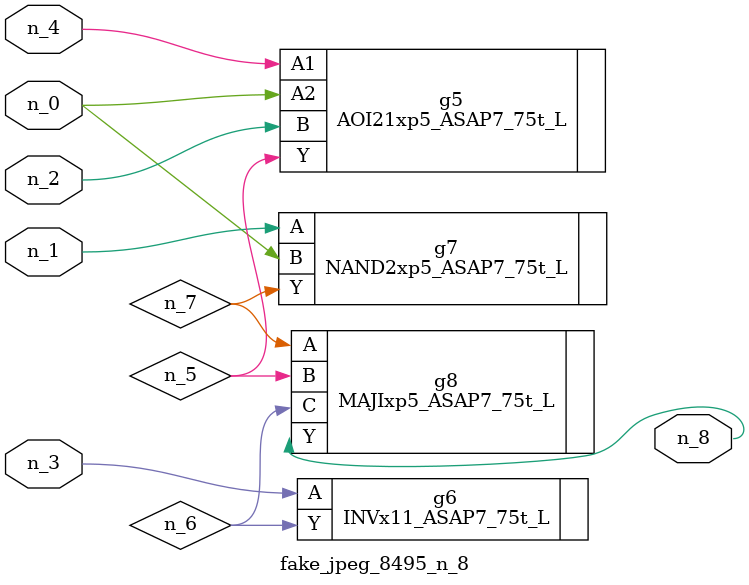
<source format=v>
module fake_jpeg_8495_n_8 (n_3, n_2, n_1, n_0, n_4, n_8);

input n_3;
input n_2;
input n_1;
input n_0;
input n_4;

output n_8;

wire n_6;
wire n_5;
wire n_7;

AOI21xp5_ASAP7_75t_L g5 ( 
.A1(n_4),
.A2(n_0),
.B(n_2),
.Y(n_5)
);

INVx11_ASAP7_75t_L g6 ( 
.A(n_3),
.Y(n_6)
);

NAND2xp5_ASAP7_75t_L g7 ( 
.A(n_1),
.B(n_0),
.Y(n_7)
);

MAJIxp5_ASAP7_75t_L g8 ( 
.A(n_7),
.B(n_5),
.C(n_6),
.Y(n_8)
);


endmodule
</source>
